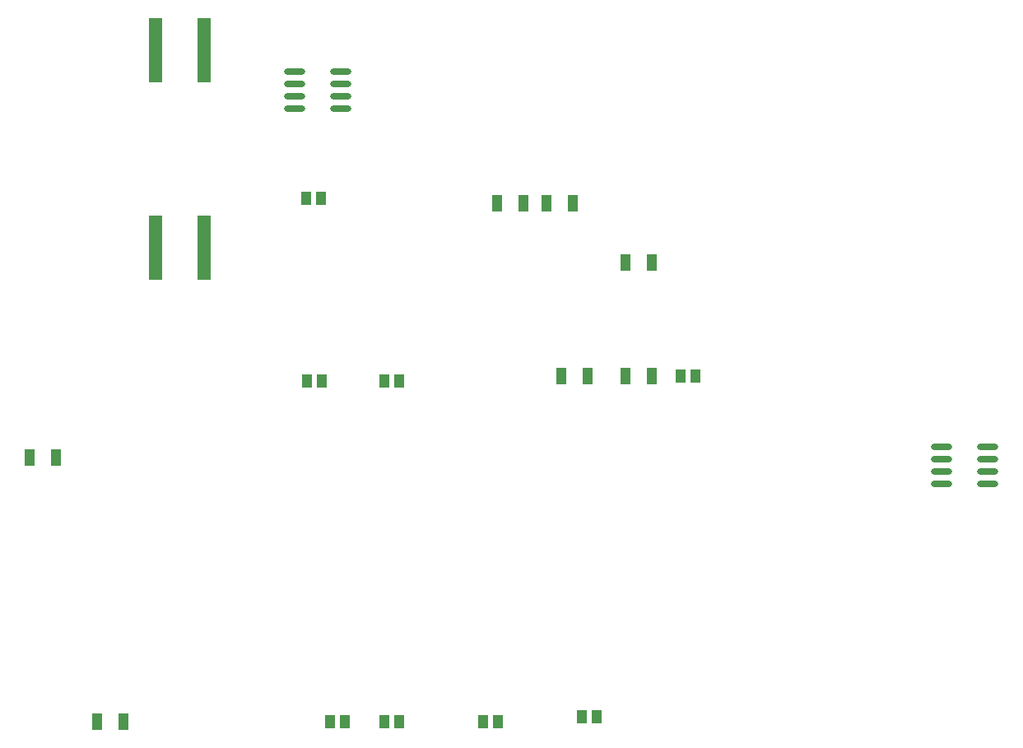
<source format=gtp>
%FSLAX42Y42*%
%MOMM*%
G71*
G01*
G75*
G04 Layer_Color=8421504*
%ADD10R,1.10X1.40*%
%ADD11O,2.20X0.60*%
%ADD12R,1.10X1.70*%
%ADD13R,1.40X6.70*%
%ADD14C,0.64*%
%ADD15C,0.55*%
%ADD16C,0.30*%
%ADD17C,3.81*%
%ADD18R,3.81X3.81*%
%ADD19R,1.85X1.85*%
%ADD20C,1.85*%
%ADD21C,1.50*%
%ADD22R,1.50X1.50*%
%ADD23R,1.50X1.50*%
%ADD24O,2.00X1.00*%
%ADD25O,2.00X1.00*%
%ADD26C,1.52*%
%ADD27C,3.80*%
%ADD28R,1.60X1.60*%
%ADD29C,1.60*%
%ADD30C,1.50*%
%ADD31R,1.50X1.50*%
%ADD32R,1.50X1.50*%
%ADD33O,2.00X4.50*%
%ADD34O,2.00X4.00*%
%ADD35O,4.00X2.00*%
%ADD36C,1.27*%
%ADD37C,0.25*%
%ADD38C,0.20*%
%ADD39C,0.60*%
%ADD40C,0.25*%
%ADD41C,0.20*%
%ADD42C,0.15*%
D10*
X28828Y21895D02*
D03*
X28678D02*
D03*
X25630Y18339D02*
D03*
X25780D02*
D03*
X24834Y21844D02*
D03*
X24984D02*
D03*
X25071Y18339D02*
D03*
X25221D02*
D03*
X26796D02*
D03*
X26646D02*
D03*
X27662Y18390D02*
D03*
X27812D02*
D03*
X25780Y21844D02*
D03*
X25630D02*
D03*
X24829Y23724D02*
D03*
X24979D02*
D03*
D11*
X25183Y24651D02*
D03*
Y24778D02*
D03*
Y24905D02*
D03*
Y25032D02*
D03*
X24703Y24651D02*
D03*
Y24778D02*
D03*
Y24905D02*
D03*
Y25032D02*
D03*
X31838Y20790D02*
D03*
Y20917D02*
D03*
Y21044D02*
D03*
Y21171D02*
D03*
X31358Y20790D02*
D03*
Y20917D02*
D03*
Y21044D02*
D03*
Y21171D02*
D03*
D12*
X28110Y21895D02*
D03*
X28380D02*
D03*
X22944Y18339D02*
D03*
X22674D02*
D03*
X22251Y21059D02*
D03*
X21981D02*
D03*
X26789Y23673D02*
D03*
X27059D02*
D03*
X27297D02*
D03*
X27567D02*
D03*
X27449Y21895D02*
D03*
X27719D02*
D03*
X28110Y23063D02*
D03*
X28380D02*
D03*
D13*
X23275Y23216D02*
D03*
X23775D02*
D03*
X23275Y25248D02*
D03*
X23775D02*
D03*
M02*

</source>
